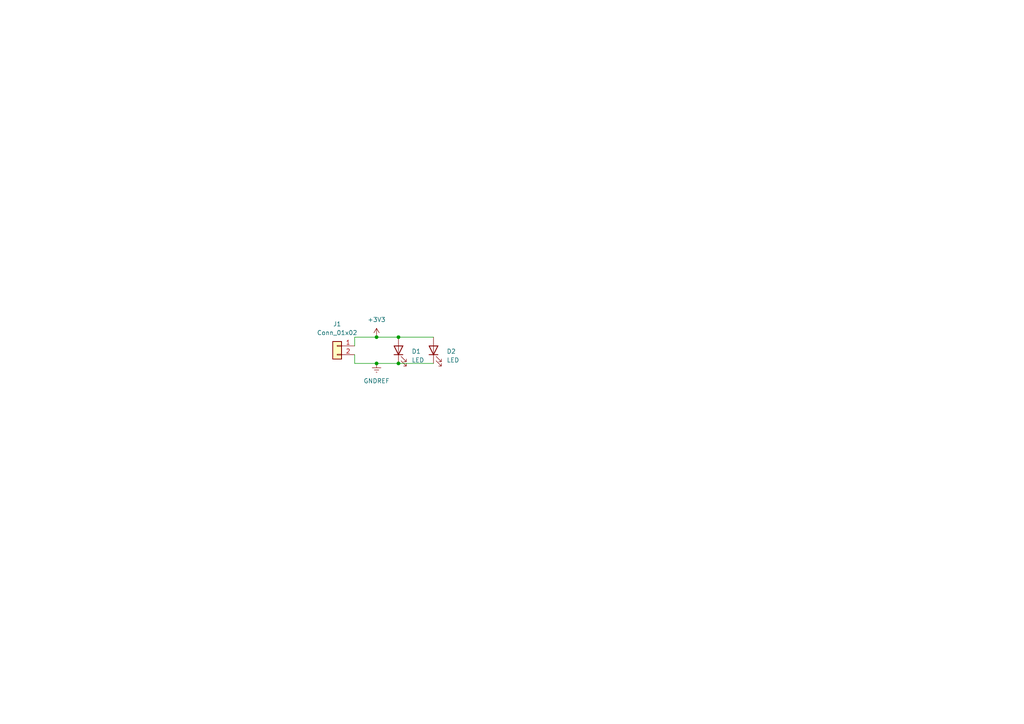
<source format=kicad_sch>
(kicad_sch (version 20231120) (generator "eeschema") (generator_version "8.0")
  (paper "A4")
  (lib_symbols
    (symbol "Connector_Generic:Conn_01x02" (pin_names (offset 1.016) hide)
      (property "Reference" "J" (at 0 2.54 0))
      (property "Value" "Conn_01x02" (at 0 -5.08 0))
      (symbol "Conn_01x02_1_1"
        (rectangle (start -1.27 -2.413) (end 0 -2.667) (stroke (width 0.1524)))
        (rectangle (start -1.27 0.127) (end 0 -0.127) (stroke (width 0.1524)))
        (rectangle (start -1.27 1.27) (end 1.27 -3.81) (stroke (width 0.254)) (fill (type background)))
        (pin passive line (at -5.08 0 0) (length 3.81) (name "Pin_1") (number "1"))
        (pin passive line (at -5.08 -2.54 0) (length 3.81) (name "Pin_2") (number "2"))
      )
    )
    (symbol "Device:LED" (pin_numbers hide) (pin_names (offset 1.016) hide)
      (property "Reference" "D" (at 0 2.54 0))
      (property "Value" "LED" (at 0 -2.54 0))
      (symbol "LED_0_1"
        (polyline (pts (xy -1.27 -1.27) (xy -1.27 1.27)) (stroke (width 0.254)))
        (polyline (pts (xy -1.27 0) (xy 1.27 0)))
        (polyline (pts (xy 1.27 -1.27) (xy 1.27 1.27) (xy -1.27 0) (xy 1.27 -1.27)) (stroke (width 0.254)))
        (polyline (pts (xy -3.048 -0.762) (xy -4.572 -2.286) (xy -3.81 -2.286) (xy -4.572 -2.286) (xy -4.572 -1.524)))
        (polyline (pts (xy -1.778 -0.762) (xy -3.302 -2.286) (xy -2.54 -2.286) (xy -3.302 -2.286) (xy -3.302 -1.524)))
      )
      (symbol "LED_1_1"
        (pin passive line (at -3.81 0 0) (length 2.54) (name "K") (number "1"))
        (pin passive line (at 3.81 0 180) (length 2.54) (name "A") (number "2"))
      )
    )
    (symbol "power:+3V3" (power) (pin_numbers hide) (pin_names (offset 0) hide)
      (property "Value" "+3V3" (at 0 3.556 0))
      (symbol "+3V3_0_1"
        (polyline (pts (xy -0.762 1.27) (xy 0 2.54)))
        (polyline (pts (xy 0 0) (xy 0 2.54)))
        (polyline (pts (xy 0 2.54) (xy 0.762 1.27)))
      )
      (symbol "+3V3_1_1"
        (pin power_in line (at 0 0 90) (length 0) (name "~") (number "1"))
      )
    )
    (symbol "power:GNDREF" (power) (pin_numbers hide) (pin_names (offset 0) hide)
      (property "Value" "GNDREF" (at 0 -3.81 0))
      (symbol "GNDREF_0_1"
        (polyline (pts (xy -0.635 -1.905) (xy 0.635 -1.905)))
        (polyline (pts (xy -0.127 -2.54) (xy 0.127 -2.54)))
        (polyline (pts (xy 0 -1.27) (xy 0 0)))
        (polyline (pts (xy 1.27 -1.27) (xy -1.27 -1.27)))
      )
      (symbol "GNDREF_1_1"
        (pin power_in line (at 0 0 270) (length 0) (name "~") (number "1"))
      )
    )
  )
  (junction (at 109.22 97.79))
  (junction (at 109.22 105.41))
  (junction (at 115.57 97.79))
  (junction (at 115.57 105.41))
  (wire (pts (xy 115.57 97.79) (xy 125.73 97.79)))
  (wire (pts (xy 102.87 102.87) (xy 102.87 105.41)))
  (wire (pts (xy 102.87 97.79) (xy 109.22 97.79)))
  (wire (pts (xy 102.87 100.33) (xy 102.87 97.79)))
  (wire (pts (xy 102.87 105.41) (xy 109.22 105.41)))
  (wire (pts (xy 109.22 97.79) (xy 115.57 97.79)))
  (wire (pts (xy 109.22 105.41) (xy 115.57 105.41)))
  (wire (pts (xy 115.57 105.41) (xy 125.73 105.41)))
  (symbol (lib_id "Device:LED") (at 125.73 101.6 90) (unit 1)
    (property "Reference" "D2" (at 129.54 101.9174 90) (effects (justify right)))
    (property "Value" "LED" (at 129.54 104.4574 90) (effects (justify right)))
    (property "Footprint" "Library:led2835" (effects (hide yes)))
    (property "Description" "Light emitting diode" (effects (hide yes)))
  )
  (symbol (lib_id "power:+3V3") (at 109.22 97.79 0) (unit 1)
    (property "Reference" "#PWR01" (effects (hide yes)))
    (property "Value" "+3V3" (at 109.22 92.71 0))
    (property "Description" "Power symbol creates a global label with name \"+3V3\"" (effects (hide yes)))
  )
  (symbol (lib_id "Connector_Generic:Conn_01x02") (at 97.79 100.33 0) (mirror y) (unit 1)
    (property "Reference" "J1" (at 97.79 93.98 0))
    (property "Value" "Conn_01x02" (at 97.79 96.52 0))
    (property "Footprint" "Connector_PinHeader_2.54mm:PinHeader_1x02_P2.54mm_Horizontal" (effects (hide yes)))
    (property "Description" "Generic connector, single row, 01x02, script generated (kicad-library-utils/schlib/autogen/connector/)" (effects (hide yes)))
  )
  (symbol (lib_id "power:GNDREF") (at 109.22 105.41 0) (unit 1)
    (property "Reference" "#PWR02" (effects (hide yes)))
    (property "Value" "GNDREF" (at 109.22 110.49 0))
    (property "Description" "Power symbol creates a global label with name \"GNDREF\" , reference supply ground" (effects (hide yes)))
  )
  (symbol (lib_id "Device:LED") (at 115.57 101.6 90) (unit 1)
    (property "Reference" "D1" (at 119.38 101.9174 90) (effects (justify right)))
    (property "Value" "LED" (at 119.38 104.4574 90) (effects (justify right)))
    (property "Footprint" "Library:led2835" (effects (hide yes)))
    (property "Description" "Light emitting diode" (effects (hide yes)))
  )
)
</source>
